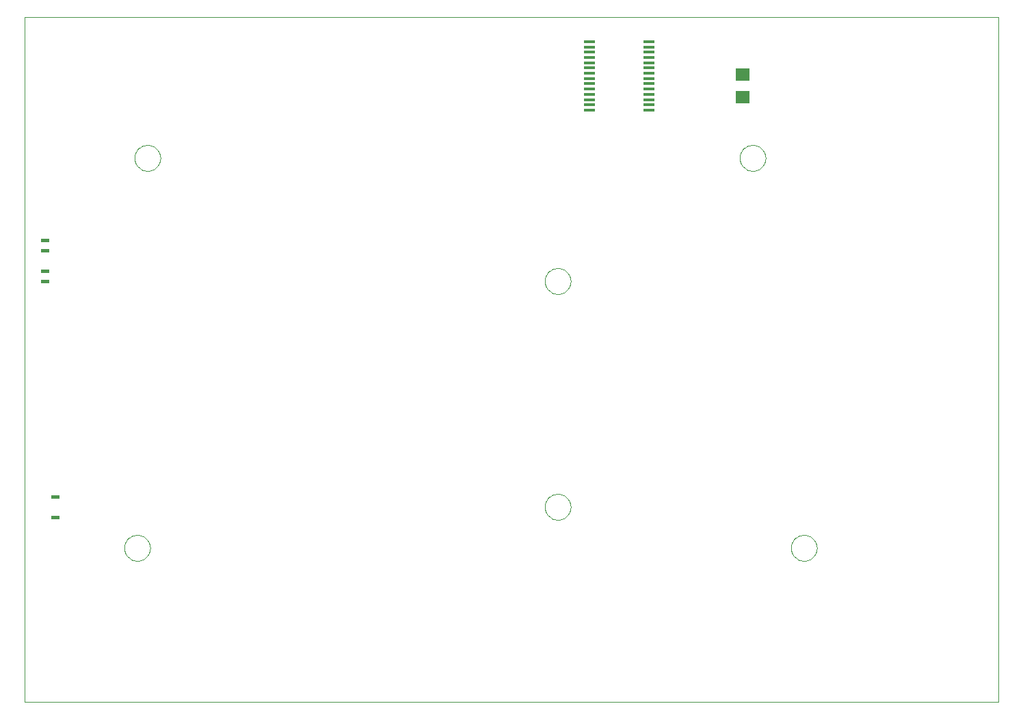
<source format=gtp>
G75*
%MOIN*%
%OFA0B0*%
%FSLAX24Y24*%
%IPPOS*%
%LPD*%
%AMOC8*
5,1,8,0,0,1.08239X$1,22.5*
%
%ADD10C,0.0000*%
%ADD11C,0.0040*%
%ADD12R,0.0550X0.0137*%
%ADD13R,0.0709X0.0630*%
D10*
X002625Y002680D02*
X002625Y036050D01*
X050117Y036050D01*
X050117Y002680D01*
X002625Y002680D01*
X007495Y010180D02*
X007497Y010230D01*
X007503Y010280D01*
X007513Y010329D01*
X007527Y010377D01*
X007544Y010424D01*
X007565Y010469D01*
X007590Y010513D01*
X007618Y010554D01*
X007650Y010593D01*
X007684Y010630D01*
X007721Y010664D01*
X007761Y010694D01*
X007803Y010721D01*
X007847Y010745D01*
X007893Y010766D01*
X007940Y010782D01*
X007988Y010795D01*
X008038Y010804D01*
X008087Y010809D01*
X008138Y010810D01*
X008188Y010807D01*
X008237Y010800D01*
X008286Y010789D01*
X008334Y010774D01*
X008380Y010756D01*
X008425Y010734D01*
X008468Y010708D01*
X008509Y010679D01*
X008548Y010647D01*
X008584Y010612D01*
X008616Y010574D01*
X008646Y010534D01*
X008673Y010491D01*
X008696Y010447D01*
X008715Y010401D01*
X008731Y010353D01*
X008743Y010304D01*
X008751Y010255D01*
X008755Y010205D01*
X008755Y010155D01*
X008751Y010105D01*
X008743Y010056D01*
X008731Y010007D01*
X008715Y009959D01*
X008696Y009913D01*
X008673Y009869D01*
X008646Y009826D01*
X008616Y009786D01*
X008584Y009748D01*
X008548Y009713D01*
X008509Y009681D01*
X008468Y009652D01*
X008425Y009626D01*
X008380Y009604D01*
X008334Y009586D01*
X008286Y009571D01*
X008237Y009560D01*
X008188Y009553D01*
X008138Y009550D01*
X008087Y009551D01*
X008038Y009556D01*
X007988Y009565D01*
X007940Y009578D01*
X007893Y009594D01*
X007847Y009615D01*
X007803Y009639D01*
X007761Y009666D01*
X007721Y009696D01*
X007684Y009730D01*
X007650Y009767D01*
X007618Y009806D01*
X007590Y009847D01*
X007565Y009891D01*
X007544Y009936D01*
X007527Y009983D01*
X007513Y010031D01*
X007503Y010080D01*
X007497Y010130D01*
X007495Y010180D01*
X027995Y012180D02*
X027997Y012230D01*
X028003Y012280D01*
X028013Y012329D01*
X028027Y012377D01*
X028044Y012424D01*
X028065Y012469D01*
X028090Y012513D01*
X028118Y012554D01*
X028150Y012593D01*
X028184Y012630D01*
X028221Y012664D01*
X028261Y012694D01*
X028303Y012721D01*
X028347Y012745D01*
X028393Y012766D01*
X028440Y012782D01*
X028488Y012795D01*
X028538Y012804D01*
X028587Y012809D01*
X028638Y012810D01*
X028688Y012807D01*
X028737Y012800D01*
X028786Y012789D01*
X028834Y012774D01*
X028880Y012756D01*
X028925Y012734D01*
X028968Y012708D01*
X029009Y012679D01*
X029048Y012647D01*
X029084Y012612D01*
X029116Y012574D01*
X029146Y012534D01*
X029173Y012491D01*
X029196Y012447D01*
X029215Y012401D01*
X029231Y012353D01*
X029243Y012304D01*
X029251Y012255D01*
X029255Y012205D01*
X029255Y012155D01*
X029251Y012105D01*
X029243Y012056D01*
X029231Y012007D01*
X029215Y011959D01*
X029196Y011913D01*
X029173Y011869D01*
X029146Y011826D01*
X029116Y011786D01*
X029084Y011748D01*
X029048Y011713D01*
X029009Y011681D01*
X028968Y011652D01*
X028925Y011626D01*
X028880Y011604D01*
X028834Y011586D01*
X028786Y011571D01*
X028737Y011560D01*
X028688Y011553D01*
X028638Y011550D01*
X028587Y011551D01*
X028538Y011556D01*
X028488Y011565D01*
X028440Y011578D01*
X028393Y011594D01*
X028347Y011615D01*
X028303Y011639D01*
X028261Y011666D01*
X028221Y011696D01*
X028184Y011730D01*
X028150Y011767D01*
X028118Y011806D01*
X028090Y011847D01*
X028065Y011891D01*
X028044Y011936D01*
X028027Y011983D01*
X028013Y012031D01*
X028003Y012080D01*
X027997Y012130D01*
X027995Y012180D01*
X039995Y010180D02*
X039997Y010230D01*
X040003Y010280D01*
X040013Y010329D01*
X040027Y010377D01*
X040044Y010424D01*
X040065Y010469D01*
X040090Y010513D01*
X040118Y010554D01*
X040150Y010593D01*
X040184Y010630D01*
X040221Y010664D01*
X040261Y010694D01*
X040303Y010721D01*
X040347Y010745D01*
X040393Y010766D01*
X040440Y010782D01*
X040488Y010795D01*
X040538Y010804D01*
X040587Y010809D01*
X040638Y010810D01*
X040688Y010807D01*
X040737Y010800D01*
X040786Y010789D01*
X040834Y010774D01*
X040880Y010756D01*
X040925Y010734D01*
X040968Y010708D01*
X041009Y010679D01*
X041048Y010647D01*
X041084Y010612D01*
X041116Y010574D01*
X041146Y010534D01*
X041173Y010491D01*
X041196Y010447D01*
X041215Y010401D01*
X041231Y010353D01*
X041243Y010304D01*
X041251Y010255D01*
X041255Y010205D01*
X041255Y010155D01*
X041251Y010105D01*
X041243Y010056D01*
X041231Y010007D01*
X041215Y009959D01*
X041196Y009913D01*
X041173Y009869D01*
X041146Y009826D01*
X041116Y009786D01*
X041084Y009748D01*
X041048Y009713D01*
X041009Y009681D01*
X040968Y009652D01*
X040925Y009626D01*
X040880Y009604D01*
X040834Y009586D01*
X040786Y009571D01*
X040737Y009560D01*
X040688Y009553D01*
X040638Y009550D01*
X040587Y009551D01*
X040538Y009556D01*
X040488Y009565D01*
X040440Y009578D01*
X040393Y009594D01*
X040347Y009615D01*
X040303Y009639D01*
X040261Y009666D01*
X040221Y009696D01*
X040184Y009730D01*
X040150Y009767D01*
X040118Y009806D01*
X040090Y009847D01*
X040065Y009891D01*
X040044Y009936D01*
X040027Y009983D01*
X040013Y010031D01*
X040003Y010080D01*
X039997Y010130D01*
X039995Y010180D01*
X027995Y023180D02*
X027997Y023230D01*
X028003Y023280D01*
X028013Y023329D01*
X028027Y023377D01*
X028044Y023424D01*
X028065Y023469D01*
X028090Y023513D01*
X028118Y023554D01*
X028150Y023593D01*
X028184Y023630D01*
X028221Y023664D01*
X028261Y023694D01*
X028303Y023721D01*
X028347Y023745D01*
X028393Y023766D01*
X028440Y023782D01*
X028488Y023795D01*
X028538Y023804D01*
X028587Y023809D01*
X028638Y023810D01*
X028688Y023807D01*
X028737Y023800D01*
X028786Y023789D01*
X028834Y023774D01*
X028880Y023756D01*
X028925Y023734D01*
X028968Y023708D01*
X029009Y023679D01*
X029048Y023647D01*
X029084Y023612D01*
X029116Y023574D01*
X029146Y023534D01*
X029173Y023491D01*
X029196Y023447D01*
X029215Y023401D01*
X029231Y023353D01*
X029243Y023304D01*
X029251Y023255D01*
X029255Y023205D01*
X029255Y023155D01*
X029251Y023105D01*
X029243Y023056D01*
X029231Y023007D01*
X029215Y022959D01*
X029196Y022913D01*
X029173Y022869D01*
X029146Y022826D01*
X029116Y022786D01*
X029084Y022748D01*
X029048Y022713D01*
X029009Y022681D01*
X028968Y022652D01*
X028925Y022626D01*
X028880Y022604D01*
X028834Y022586D01*
X028786Y022571D01*
X028737Y022560D01*
X028688Y022553D01*
X028638Y022550D01*
X028587Y022551D01*
X028538Y022556D01*
X028488Y022565D01*
X028440Y022578D01*
X028393Y022594D01*
X028347Y022615D01*
X028303Y022639D01*
X028261Y022666D01*
X028221Y022696D01*
X028184Y022730D01*
X028150Y022767D01*
X028118Y022806D01*
X028090Y022847D01*
X028065Y022891D01*
X028044Y022936D01*
X028027Y022983D01*
X028013Y023031D01*
X028003Y023080D01*
X027997Y023130D01*
X027995Y023180D01*
X037495Y029180D02*
X037497Y029230D01*
X037503Y029280D01*
X037513Y029329D01*
X037527Y029377D01*
X037544Y029424D01*
X037565Y029469D01*
X037590Y029513D01*
X037618Y029554D01*
X037650Y029593D01*
X037684Y029630D01*
X037721Y029664D01*
X037761Y029694D01*
X037803Y029721D01*
X037847Y029745D01*
X037893Y029766D01*
X037940Y029782D01*
X037988Y029795D01*
X038038Y029804D01*
X038087Y029809D01*
X038138Y029810D01*
X038188Y029807D01*
X038237Y029800D01*
X038286Y029789D01*
X038334Y029774D01*
X038380Y029756D01*
X038425Y029734D01*
X038468Y029708D01*
X038509Y029679D01*
X038548Y029647D01*
X038584Y029612D01*
X038616Y029574D01*
X038646Y029534D01*
X038673Y029491D01*
X038696Y029447D01*
X038715Y029401D01*
X038731Y029353D01*
X038743Y029304D01*
X038751Y029255D01*
X038755Y029205D01*
X038755Y029155D01*
X038751Y029105D01*
X038743Y029056D01*
X038731Y029007D01*
X038715Y028959D01*
X038696Y028913D01*
X038673Y028869D01*
X038646Y028826D01*
X038616Y028786D01*
X038584Y028748D01*
X038548Y028713D01*
X038509Y028681D01*
X038468Y028652D01*
X038425Y028626D01*
X038380Y028604D01*
X038334Y028586D01*
X038286Y028571D01*
X038237Y028560D01*
X038188Y028553D01*
X038138Y028550D01*
X038087Y028551D01*
X038038Y028556D01*
X037988Y028565D01*
X037940Y028578D01*
X037893Y028594D01*
X037847Y028615D01*
X037803Y028639D01*
X037761Y028666D01*
X037721Y028696D01*
X037684Y028730D01*
X037650Y028767D01*
X037618Y028806D01*
X037590Y028847D01*
X037565Y028891D01*
X037544Y028936D01*
X037527Y028983D01*
X037513Y029031D01*
X037503Y029080D01*
X037497Y029130D01*
X037495Y029180D01*
X007995Y029180D02*
X007997Y029230D01*
X008003Y029280D01*
X008013Y029329D01*
X008027Y029377D01*
X008044Y029424D01*
X008065Y029469D01*
X008090Y029513D01*
X008118Y029554D01*
X008150Y029593D01*
X008184Y029630D01*
X008221Y029664D01*
X008261Y029694D01*
X008303Y029721D01*
X008347Y029745D01*
X008393Y029766D01*
X008440Y029782D01*
X008488Y029795D01*
X008538Y029804D01*
X008587Y029809D01*
X008638Y029810D01*
X008688Y029807D01*
X008737Y029800D01*
X008786Y029789D01*
X008834Y029774D01*
X008880Y029756D01*
X008925Y029734D01*
X008968Y029708D01*
X009009Y029679D01*
X009048Y029647D01*
X009084Y029612D01*
X009116Y029574D01*
X009146Y029534D01*
X009173Y029491D01*
X009196Y029447D01*
X009215Y029401D01*
X009231Y029353D01*
X009243Y029304D01*
X009251Y029255D01*
X009255Y029205D01*
X009255Y029155D01*
X009251Y029105D01*
X009243Y029056D01*
X009231Y029007D01*
X009215Y028959D01*
X009196Y028913D01*
X009173Y028869D01*
X009146Y028826D01*
X009116Y028786D01*
X009084Y028748D01*
X009048Y028713D01*
X009009Y028681D01*
X008968Y028652D01*
X008925Y028626D01*
X008880Y028604D01*
X008834Y028586D01*
X008786Y028571D01*
X008737Y028560D01*
X008688Y028553D01*
X008638Y028550D01*
X008587Y028551D01*
X008538Y028556D01*
X008488Y028565D01*
X008440Y028578D01*
X008393Y028594D01*
X008347Y028615D01*
X008303Y028639D01*
X008261Y028666D01*
X008221Y028696D01*
X008184Y028730D01*
X008150Y028767D01*
X008118Y028806D01*
X008090Y028847D01*
X008065Y028891D01*
X008044Y028936D01*
X008027Y028983D01*
X008013Y029031D01*
X008003Y029080D01*
X007997Y029130D01*
X007995Y029180D01*
D11*
X003805Y025100D02*
X003445Y025100D01*
X003445Y025260D01*
X003805Y025260D01*
X003805Y025100D01*
X003805Y025139D02*
X003445Y025139D01*
X003445Y025178D02*
X003805Y025178D01*
X003805Y025217D02*
X003445Y025217D01*
X003445Y025256D02*
X003805Y025256D01*
X003805Y024600D02*
X003445Y024600D01*
X003445Y024760D01*
X003805Y024760D01*
X003805Y024600D01*
X003805Y024639D02*
X003445Y024639D01*
X003445Y024678D02*
X003805Y024678D01*
X003805Y024717D02*
X003445Y024717D01*
X003445Y024756D02*
X003805Y024756D01*
X003805Y023600D02*
X003445Y023600D01*
X003445Y023760D01*
X003805Y023760D01*
X003805Y023600D01*
X003805Y023639D02*
X003445Y023639D01*
X003445Y023678D02*
X003805Y023678D01*
X003805Y023717D02*
X003445Y023717D01*
X003445Y023756D02*
X003805Y023756D01*
X003805Y023100D02*
X003445Y023100D01*
X003445Y023260D01*
X003805Y023260D01*
X003805Y023100D01*
X003805Y023139D02*
X003445Y023139D01*
X003445Y023178D02*
X003805Y023178D01*
X003805Y023217D02*
X003445Y023217D01*
X003445Y023256D02*
X003805Y023256D01*
X003945Y012600D02*
X004305Y012600D01*
X003945Y012600D02*
X003945Y012760D01*
X004305Y012760D01*
X004305Y012600D01*
X004305Y012639D02*
X003945Y012639D01*
X003945Y012678D02*
X004305Y012678D01*
X004305Y012717D02*
X003945Y012717D01*
X003945Y012756D02*
X004305Y012756D01*
X004305Y011600D02*
X003945Y011600D01*
X003945Y011760D01*
X004305Y011760D01*
X004305Y011600D01*
X004305Y011639D02*
X003945Y011639D01*
X003945Y011678D02*
X004305Y011678D01*
X004305Y011717D02*
X003945Y011717D01*
X003945Y011756D02*
X004305Y011756D01*
D12*
X030186Y031517D03*
X030186Y031773D03*
X030186Y032028D03*
X030186Y032284D03*
X030186Y032540D03*
X030186Y032796D03*
X030186Y033052D03*
X030186Y033308D03*
X030186Y033564D03*
X030186Y033820D03*
X030186Y034076D03*
X030186Y034332D03*
X030186Y034587D03*
X030186Y034843D03*
X033064Y034843D03*
X033064Y034587D03*
X033064Y034332D03*
X033064Y034076D03*
X033064Y033820D03*
X033064Y033564D03*
X033064Y033308D03*
X033064Y033052D03*
X033064Y032796D03*
X033064Y032540D03*
X033064Y032284D03*
X033064Y032028D03*
X033064Y031773D03*
X033064Y031517D03*
D13*
X037625Y032129D03*
X037625Y033231D03*
M02*

</source>
